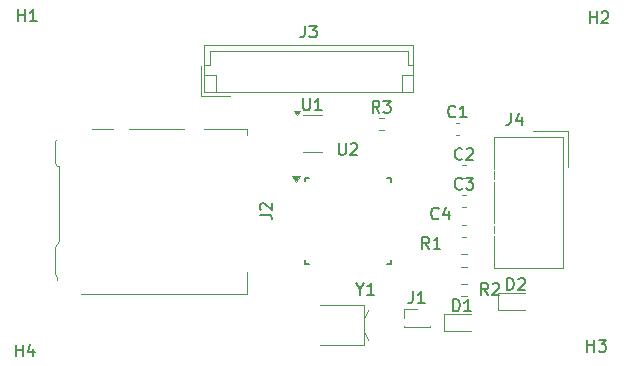
<source format=gbr>
%TF.GenerationSoftware,KiCad,Pcbnew,8.0.8*%
%TF.CreationDate,2025-06-30T12:07:11+05:30*%
%TF.ProjectId,openlog,6f70656e-6c6f-4672-9e6b-696361645f70,rev?*%
%TF.SameCoordinates,Original*%
%TF.FileFunction,Legend,Top*%
%TF.FilePolarity,Positive*%
%FSLAX46Y46*%
G04 Gerber Fmt 4.6, Leading zero omitted, Abs format (unit mm)*
G04 Created by KiCad (PCBNEW 8.0.8) date 2025-06-30 12:07:11*
%MOMM*%
%LPD*%
G01*
G04 APERTURE LIST*
%ADD10C,0.150000*%
%ADD11C,0.120000*%
G04 APERTURE END LIST*
D10*
X128233333Y-60824819D02*
X127900000Y-60348628D01*
X127661905Y-60824819D02*
X127661905Y-59824819D01*
X127661905Y-59824819D02*
X128042857Y-59824819D01*
X128042857Y-59824819D02*
X128138095Y-59872438D01*
X128138095Y-59872438D02*
X128185714Y-59920057D01*
X128185714Y-59920057D02*
X128233333Y-60015295D01*
X128233333Y-60015295D02*
X128233333Y-60158152D01*
X128233333Y-60158152D02*
X128185714Y-60253390D01*
X128185714Y-60253390D02*
X128138095Y-60301009D01*
X128138095Y-60301009D02*
X128042857Y-60348628D01*
X128042857Y-60348628D02*
X127661905Y-60348628D01*
X128566667Y-59824819D02*
X129185714Y-59824819D01*
X129185714Y-59824819D02*
X128852381Y-60205771D01*
X128852381Y-60205771D02*
X128995238Y-60205771D01*
X128995238Y-60205771D02*
X129090476Y-60253390D01*
X129090476Y-60253390D02*
X129138095Y-60301009D01*
X129138095Y-60301009D02*
X129185714Y-60396247D01*
X129185714Y-60396247D02*
X129185714Y-60634342D01*
X129185714Y-60634342D02*
X129138095Y-60729580D01*
X129138095Y-60729580D02*
X129090476Y-60777200D01*
X129090476Y-60777200D02*
X128995238Y-60824819D01*
X128995238Y-60824819D02*
X128709524Y-60824819D01*
X128709524Y-60824819D02*
X128614286Y-60777200D01*
X128614286Y-60777200D02*
X128566667Y-60729580D01*
X135233333Y-64729580D02*
X135185714Y-64777200D01*
X135185714Y-64777200D02*
X135042857Y-64824819D01*
X135042857Y-64824819D02*
X134947619Y-64824819D01*
X134947619Y-64824819D02*
X134804762Y-64777200D01*
X134804762Y-64777200D02*
X134709524Y-64681961D01*
X134709524Y-64681961D02*
X134661905Y-64586723D01*
X134661905Y-64586723D02*
X134614286Y-64396247D01*
X134614286Y-64396247D02*
X134614286Y-64253390D01*
X134614286Y-64253390D02*
X134661905Y-64062914D01*
X134661905Y-64062914D02*
X134709524Y-63967676D01*
X134709524Y-63967676D02*
X134804762Y-63872438D01*
X134804762Y-63872438D02*
X134947619Y-63824819D01*
X134947619Y-63824819D02*
X135042857Y-63824819D01*
X135042857Y-63824819D02*
X135185714Y-63872438D01*
X135185714Y-63872438D02*
X135233333Y-63920057D01*
X135614286Y-63920057D02*
X135661905Y-63872438D01*
X135661905Y-63872438D02*
X135757143Y-63824819D01*
X135757143Y-63824819D02*
X135995238Y-63824819D01*
X135995238Y-63824819D02*
X136090476Y-63872438D01*
X136090476Y-63872438D02*
X136138095Y-63920057D01*
X136138095Y-63920057D02*
X136185714Y-64015295D01*
X136185714Y-64015295D02*
X136185714Y-64110533D01*
X136185714Y-64110533D02*
X136138095Y-64253390D01*
X136138095Y-64253390D02*
X135566667Y-64824819D01*
X135566667Y-64824819D02*
X136185714Y-64824819D01*
X121916666Y-53454819D02*
X121916666Y-54169104D01*
X121916666Y-54169104D02*
X121869047Y-54311961D01*
X121869047Y-54311961D02*
X121773809Y-54407200D01*
X121773809Y-54407200D02*
X121630952Y-54454819D01*
X121630952Y-54454819D02*
X121535714Y-54454819D01*
X122297619Y-53454819D02*
X122916666Y-53454819D01*
X122916666Y-53454819D02*
X122583333Y-53835771D01*
X122583333Y-53835771D02*
X122726190Y-53835771D01*
X122726190Y-53835771D02*
X122821428Y-53883390D01*
X122821428Y-53883390D02*
X122869047Y-53931009D01*
X122869047Y-53931009D02*
X122916666Y-54026247D01*
X122916666Y-54026247D02*
X122916666Y-54264342D01*
X122916666Y-54264342D02*
X122869047Y-54359580D01*
X122869047Y-54359580D02*
X122821428Y-54407200D01*
X122821428Y-54407200D02*
X122726190Y-54454819D01*
X122726190Y-54454819D02*
X122440476Y-54454819D01*
X122440476Y-54454819D02*
X122345238Y-54407200D01*
X122345238Y-54407200D02*
X122297619Y-54359580D01*
X131066666Y-75959819D02*
X131066666Y-76674104D01*
X131066666Y-76674104D02*
X131019047Y-76816961D01*
X131019047Y-76816961D02*
X130923809Y-76912200D01*
X130923809Y-76912200D02*
X130780952Y-76959819D01*
X130780952Y-76959819D02*
X130685714Y-76959819D01*
X132066666Y-76959819D02*
X131495238Y-76959819D01*
X131780952Y-76959819D02*
X131780952Y-75959819D01*
X131780952Y-75959819D02*
X131685714Y-76102676D01*
X131685714Y-76102676D02*
X131590476Y-76197914D01*
X131590476Y-76197914D02*
X131495238Y-76245533D01*
X97638095Y-53054819D02*
X97638095Y-52054819D01*
X97638095Y-52531009D02*
X98209523Y-52531009D01*
X98209523Y-53054819D02*
X98209523Y-52054819D01*
X99209523Y-53054819D02*
X98638095Y-53054819D01*
X98923809Y-53054819D02*
X98923809Y-52054819D01*
X98923809Y-52054819D02*
X98828571Y-52197676D01*
X98828571Y-52197676D02*
X98733333Y-52292914D01*
X98733333Y-52292914D02*
X98638095Y-52340533D01*
X139366666Y-60854819D02*
X139366666Y-61569104D01*
X139366666Y-61569104D02*
X139319047Y-61711961D01*
X139319047Y-61711961D02*
X139223809Y-61807200D01*
X139223809Y-61807200D02*
X139080952Y-61854819D01*
X139080952Y-61854819D02*
X138985714Y-61854819D01*
X140271428Y-61188152D02*
X140271428Y-61854819D01*
X140033333Y-60807200D02*
X139795238Y-61521485D01*
X139795238Y-61521485D02*
X140414285Y-61521485D01*
X126598809Y-75758628D02*
X126598809Y-76234819D01*
X126265476Y-75234819D02*
X126598809Y-75758628D01*
X126598809Y-75758628D02*
X126932142Y-75234819D01*
X127789285Y-76234819D02*
X127217857Y-76234819D01*
X127503571Y-76234819D02*
X127503571Y-75234819D01*
X127503571Y-75234819D02*
X127408333Y-75377676D01*
X127408333Y-75377676D02*
X127313095Y-75472914D01*
X127313095Y-75472914D02*
X127217857Y-75520533D01*
X133233333Y-69759580D02*
X133185714Y-69807200D01*
X133185714Y-69807200D02*
X133042857Y-69854819D01*
X133042857Y-69854819D02*
X132947619Y-69854819D01*
X132947619Y-69854819D02*
X132804762Y-69807200D01*
X132804762Y-69807200D02*
X132709524Y-69711961D01*
X132709524Y-69711961D02*
X132661905Y-69616723D01*
X132661905Y-69616723D02*
X132614286Y-69426247D01*
X132614286Y-69426247D02*
X132614286Y-69283390D01*
X132614286Y-69283390D02*
X132661905Y-69092914D01*
X132661905Y-69092914D02*
X132709524Y-68997676D01*
X132709524Y-68997676D02*
X132804762Y-68902438D01*
X132804762Y-68902438D02*
X132947619Y-68854819D01*
X132947619Y-68854819D02*
X133042857Y-68854819D01*
X133042857Y-68854819D02*
X133185714Y-68902438D01*
X133185714Y-68902438D02*
X133233333Y-68950057D01*
X134090476Y-69188152D02*
X134090476Y-69854819D01*
X133852381Y-68807200D02*
X133614286Y-69521485D01*
X133614286Y-69521485D02*
X134233333Y-69521485D01*
X137433333Y-76254819D02*
X137100000Y-75778628D01*
X136861905Y-76254819D02*
X136861905Y-75254819D01*
X136861905Y-75254819D02*
X137242857Y-75254819D01*
X137242857Y-75254819D02*
X137338095Y-75302438D01*
X137338095Y-75302438D02*
X137385714Y-75350057D01*
X137385714Y-75350057D02*
X137433333Y-75445295D01*
X137433333Y-75445295D02*
X137433333Y-75588152D01*
X137433333Y-75588152D02*
X137385714Y-75683390D01*
X137385714Y-75683390D02*
X137338095Y-75731009D01*
X137338095Y-75731009D02*
X137242857Y-75778628D01*
X137242857Y-75778628D02*
X136861905Y-75778628D01*
X137814286Y-75350057D02*
X137861905Y-75302438D01*
X137861905Y-75302438D02*
X137957143Y-75254819D01*
X137957143Y-75254819D02*
X138195238Y-75254819D01*
X138195238Y-75254819D02*
X138290476Y-75302438D01*
X138290476Y-75302438D02*
X138338095Y-75350057D01*
X138338095Y-75350057D02*
X138385714Y-75445295D01*
X138385714Y-75445295D02*
X138385714Y-75540533D01*
X138385714Y-75540533D02*
X138338095Y-75683390D01*
X138338095Y-75683390D02*
X137766667Y-76254819D01*
X137766667Y-76254819D02*
X138385714Y-76254819D01*
X146038095Y-53254819D02*
X146038095Y-52254819D01*
X146038095Y-52731009D02*
X146609523Y-52731009D01*
X146609523Y-53254819D02*
X146609523Y-52254819D01*
X147038095Y-52350057D02*
X147085714Y-52302438D01*
X147085714Y-52302438D02*
X147180952Y-52254819D01*
X147180952Y-52254819D02*
X147419047Y-52254819D01*
X147419047Y-52254819D02*
X147514285Y-52302438D01*
X147514285Y-52302438D02*
X147561904Y-52350057D01*
X147561904Y-52350057D02*
X147609523Y-52445295D01*
X147609523Y-52445295D02*
X147609523Y-52540533D01*
X147609523Y-52540533D02*
X147561904Y-52683390D01*
X147561904Y-52683390D02*
X146990476Y-53254819D01*
X146990476Y-53254819D02*
X147609523Y-53254819D01*
X139049405Y-75824819D02*
X139049405Y-74824819D01*
X139049405Y-74824819D02*
X139287500Y-74824819D01*
X139287500Y-74824819D02*
X139430357Y-74872438D01*
X139430357Y-74872438D02*
X139525595Y-74967676D01*
X139525595Y-74967676D02*
X139573214Y-75062914D01*
X139573214Y-75062914D02*
X139620833Y-75253390D01*
X139620833Y-75253390D02*
X139620833Y-75396247D01*
X139620833Y-75396247D02*
X139573214Y-75586723D01*
X139573214Y-75586723D02*
X139525595Y-75681961D01*
X139525595Y-75681961D02*
X139430357Y-75777200D01*
X139430357Y-75777200D02*
X139287500Y-75824819D01*
X139287500Y-75824819D02*
X139049405Y-75824819D01*
X140001786Y-74920057D02*
X140049405Y-74872438D01*
X140049405Y-74872438D02*
X140144643Y-74824819D01*
X140144643Y-74824819D02*
X140382738Y-74824819D01*
X140382738Y-74824819D02*
X140477976Y-74872438D01*
X140477976Y-74872438D02*
X140525595Y-74920057D01*
X140525595Y-74920057D02*
X140573214Y-75015295D01*
X140573214Y-75015295D02*
X140573214Y-75110533D01*
X140573214Y-75110533D02*
X140525595Y-75253390D01*
X140525595Y-75253390D02*
X139954167Y-75824819D01*
X139954167Y-75824819D02*
X140573214Y-75824819D01*
X134461905Y-77624819D02*
X134461905Y-76624819D01*
X134461905Y-76624819D02*
X134700000Y-76624819D01*
X134700000Y-76624819D02*
X134842857Y-76672438D01*
X134842857Y-76672438D02*
X134938095Y-76767676D01*
X134938095Y-76767676D02*
X134985714Y-76862914D01*
X134985714Y-76862914D02*
X135033333Y-77053390D01*
X135033333Y-77053390D02*
X135033333Y-77196247D01*
X135033333Y-77196247D02*
X134985714Y-77386723D01*
X134985714Y-77386723D02*
X134938095Y-77481961D01*
X134938095Y-77481961D02*
X134842857Y-77577200D01*
X134842857Y-77577200D02*
X134700000Y-77624819D01*
X134700000Y-77624819D02*
X134461905Y-77624819D01*
X135985714Y-77624819D02*
X135414286Y-77624819D01*
X135700000Y-77624819D02*
X135700000Y-76624819D01*
X135700000Y-76624819D02*
X135604762Y-76767676D01*
X135604762Y-76767676D02*
X135509524Y-76862914D01*
X135509524Y-76862914D02*
X135414286Y-76910533D01*
X121775595Y-59604819D02*
X121775595Y-60414342D01*
X121775595Y-60414342D02*
X121823214Y-60509580D01*
X121823214Y-60509580D02*
X121870833Y-60557200D01*
X121870833Y-60557200D02*
X121966071Y-60604819D01*
X121966071Y-60604819D02*
X122156547Y-60604819D01*
X122156547Y-60604819D02*
X122251785Y-60557200D01*
X122251785Y-60557200D02*
X122299404Y-60509580D01*
X122299404Y-60509580D02*
X122347023Y-60414342D01*
X122347023Y-60414342D02*
X122347023Y-59604819D01*
X123347023Y-60604819D02*
X122775595Y-60604819D01*
X123061309Y-60604819D02*
X123061309Y-59604819D01*
X123061309Y-59604819D02*
X122966071Y-59747676D01*
X122966071Y-59747676D02*
X122870833Y-59842914D01*
X122870833Y-59842914D02*
X122775595Y-59890533D01*
X134658333Y-61129580D02*
X134610714Y-61177200D01*
X134610714Y-61177200D02*
X134467857Y-61224819D01*
X134467857Y-61224819D02*
X134372619Y-61224819D01*
X134372619Y-61224819D02*
X134229762Y-61177200D01*
X134229762Y-61177200D02*
X134134524Y-61081961D01*
X134134524Y-61081961D02*
X134086905Y-60986723D01*
X134086905Y-60986723D02*
X134039286Y-60796247D01*
X134039286Y-60796247D02*
X134039286Y-60653390D01*
X134039286Y-60653390D02*
X134086905Y-60462914D01*
X134086905Y-60462914D02*
X134134524Y-60367676D01*
X134134524Y-60367676D02*
X134229762Y-60272438D01*
X134229762Y-60272438D02*
X134372619Y-60224819D01*
X134372619Y-60224819D02*
X134467857Y-60224819D01*
X134467857Y-60224819D02*
X134610714Y-60272438D01*
X134610714Y-60272438D02*
X134658333Y-60320057D01*
X135610714Y-61224819D02*
X135039286Y-61224819D01*
X135325000Y-61224819D02*
X135325000Y-60224819D01*
X135325000Y-60224819D02*
X135229762Y-60367676D01*
X135229762Y-60367676D02*
X135134524Y-60462914D01*
X135134524Y-60462914D02*
X135039286Y-60510533D01*
X97438095Y-81454819D02*
X97438095Y-80454819D01*
X97438095Y-80931009D02*
X98009523Y-80931009D01*
X98009523Y-81454819D02*
X98009523Y-80454819D01*
X98914285Y-80788152D02*
X98914285Y-81454819D01*
X98676190Y-80407200D02*
X98438095Y-81121485D01*
X98438095Y-81121485D02*
X99057142Y-81121485D01*
X132433333Y-72354819D02*
X132100000Y-71878628D01*
X131861905Y-72354819D02*
X131861905Y-71354819D01*
X131861905Y-71354819D02*
X132242857Y-71354819D01*
X132242857Y-71354819D02*
X132338095Y-71402438D01*
X132338095Y-71402438D02*
X132385714Y-71450057D01*
X132385714Y-71450057D02*
X132433333Y-71545295D01*
X132433333Y-71545295D02*
X132433333Y-71688152D01*
X132433333Y-71688152D02*
X132385714Y-71783390D01*
X132385714Y-71783390D02*
X132338095Y-71831009D01*
X132338095Y-71831009D02*
X132242857Y-71878628D01*
X132242857Y-71878628D02*
X131861905Y-71878628D01*
X133385714Y-72354819D02*
X132814286Y-72354819D01*
X133100000Y-72354819D02*
X133100000Y-71354819D01*
X133100000Y-71354819D02*
X133004762Y-71497676D01*
X133004762Y-71497676D02*
X132909524Y-71592914D01*
X132909524Y-71592914D02*
X132814286Y-71640533D01*
X145838095Y-81054819D02*
X145838095Y-80054819D01*
X145838095Y-80531009D02*
X146409523Y-80531009D01*
X146409523Y-81054819D02*
X146409523Y-80054819D01*
X146790476Y-80054819D02*
X147409523Y-80054819D01*
X147409523Y-80054819D02*
X147076190Y-80435771D01*
X147076190Y-80435771D02*
X147219047Y-80435771D01*
X147219047Y-80435771D02*
X147314285Y-80483390D01*
X147314285Y-80483390D02*
X147361904Y-80531009D01*
X147361904Y-80531009D02*
X147409523Y-80626247D01*
X147409523Y-80626247D02*
X147409523Y-80864342D01*
X147409523Y-80864342D02*
X147361904Y-80959580D01*
X147361904Y-80959580D02*
X147314285Y-81007200D01*
X147314285Y-81007200D02*
X147219047Y-81054819D01*
X147219047Y-81054819D02*
X146933333Y-81054819D01*
X146933333Y-81054819D02*
X146838095Y-81007200D01*
X146838095Y-81007200D02*
X146790476Y-80959580D01*
X118099819Y-69463333D02*
X118814104Y-69463333D01*
X118814104Y-69463333D02*
X118956961Y-69510952D01*
X118956961Y-69510952D02*
X119052200Y-69606190D01*
X119052200Y-69606190D02*
X119099819Y-69749047D01*
X119099819Y-69749047D02*
X119099819Y-69844285D01*
X118195057Y-69034761D02*
X118147438Y-68987142D01*
X118147438Y-68987142D02*
X118099819Y-68891904D01*
X118099819Y-68891904D02*
X118099819Y-68653809D01*
X118099819Y-68653809D02*
X118147438Y-68558571D01*
X118147438Y-68558571D02*
X118195057Y-68510952D01*
X118195057Y-68510952D02*
X118290295Y-68463333D01*
X118290295Y-68463333D02*
X118385533Y-68463333D01*
X118385533Y-68463333D02*
X118528390Y-68510952D01*
X118528390Y-68510952D02*
X119099819Y-69082380D01*
X119099819Y-69082380D02*
X119099819Y-68463333D01*
X135233333Y-67239580D02*
X135185714Y-67287200D01*
X135185714Y-67287200D02*
X135042857Y-67334819D01*
X135042857Y-67334819D02*
X134947619Y-67334819D01*
X134947619Y-67334819D02*
X134804762Y-67287200D01*
X134804762Y-67287200D02*
X134709524Y-67191961D01*
X134709524Y-67191961D02*
X134661905Y-67096723D01*
X134661905Y-67096723D02*
X134614286Y-66906247D01*
X134614286Y-66906247D02*
X134614286Y-66763390D01*
X134614286Y-66763390D02*
X134661905Y-66572914D01*
X134661905Y-66572914D02*
X134709524Y-66477676D01*
X134709524Y-66477676D02*
X134804762Y-66382438D01*
X134804762Y-66382438D02*
X134947619Y-66334819D01*
X134947619Y-66334819D02*
X135042857Y-66334819D01*
X135042857Y-66334819D02*
X135185714Y-66382438D01*
X135185714Y-66382438D02*
X135233333Y-66430057D01*
X135566667Y-66334819D02*
X136185714Y-66334819D01*
X136185714Y-66334819D02*
X135852381Y-66715771D01*
X135852381Y-66715771D02*
X135995238Y-66715771D01*
X135995238Y-66715771D02*
X136090476Y-66763390D01*
X136090476Y-66763390D02*
X136138095Y-66811009D01*
X136138095Y-66811009D02*
X136185714Y-66906247D01*
X136185714Y-66906247D02*
X136185714Y-67144342D01*
X136185714Y-67144342D02*
X136138095Y-67239580D01*
X136138095Y-67239580D02*
X136090476Y-67287200D01*
X136090476Y-67287200D02*
X135995238Y-67334819D01*
X135995238Y-67334819D02*
X135709524Y-67334819D01*
X135709524Y-67334819D02*
X135614286Y-67287200D01*
X135614286Y-67287200D02*
X135566667Y-67239580D01*
X124788095Y-63404819D02*
X124788095Y-64214342D01*
X124788095Y-64214342D02*
X124835714Y-64309580D01*
X124835714Y-64309580D02*
X124883333Y-64357200D01*
X124883333Y-64357200D02*
X124978571Y-64404819D01*
X124978571Y-64404819D02*
X125169047Y-64404819D01*
X125169047Y-64404819D02*
X125264285Y-64357200D01*
X125264285Y-64357200D02*
X125311904Y-64309580D01*
X125311904Y-64309580D02*
X125359523Y-64214342D01*
X125359523Y-64214342D02*
X125359523Y-63404819D01*
X125788095Y-63500057D02*
X125835714Y-63452438D01*
X125835714Y-63452438D02*
X125930952Y-63404819D01*
X125930952Y-63404819D02*
X126169047Y-63404819D01*
X126169047Y-63404819D02*
X126264285Y-63452438D01*
X126264285Y-63452438D02*
X126311904Y-63500057D01*
X126311904Y-63500057D02*
X126359523Y-63595295D01*
X126359523Y-63595295D02*
X126359523Y-63690533D01*
X126359523Y-63690533D02*
X126311904Y-63833390D01*
X126311904Y-63833390D02*
X125740476Y-64404819D01*
X125740476Y-64404819D02*
X126359523Y-64404819D01*
D11*
%TO.C,R3*%
X128162742Y-61277500D02*
X128637258Y-61277500D01*
X128162742Y-62322500D02*
X128637258Y-62322500D01*
%TO.C,C2*%
X135259420Y-65290000D02*
X135540580Y-65290000D01*
X135259420Y-66310000D02*
X135540580Y-66310000D01*
%TO.C,J3*%
X113090000Y-56910000D02*
X113090000Y-59410000D01*
X113090000Y-59410000D02*
X115590000Y-59410000D01*
X113390000Y-55090000D02*
X113390000Y-59110000D01*
X113390000Y-56800000D02*
X113890000Y-56800000D01*
X113390000Y-57610000D02*
X114390000Y-57610000D01*
X113390000Y-59110000D02*
X131110000Y-59110000D01*
X113890000Y-55590000D02*
X130610000Y-55590000D01*
X113890000Y-56800000D02*
X113890000Y-55590000D01*
X114390000Y-57610000D02*
X114390000Y-59110000D01*
X130110000Y-57610000D02*
X130110000Y-59110000D01*
X130610000Y-55590000D02*
X130610000Y-56800000D01*
X130610000Y-56800000D02*
X131110000Y-56800000D01*
X131110000Y-55090000D02*
X113390000Y-55090000D01*
X131110000Y-57610000D02*
X130110000Y-57610000D01*
X131110000Y-59110000D02*
X131110000Y-55090000D01*
%TO.C,J1*%
X130290000Y-77440000D02*
X131400000Y-77440000D01*
X130290000Y-78200000D02*
X130290000Y-77440000D01*
X130290000Y-78960000D02*
X130290000Y-78895000D01*
X130290000Y-78960000D02*
X130836529Y-78960000D01*
X130290000Y-78960000D02*
X132510000Y-78960000D01*
X131963471Y-78960000D02*
X132510000Y-78960000D01*
X132510000Y-78960000D02*
X132510000Y-78895000D01*
%TO.C,J4*%
X137900000Y-62900000D02*
X137900000Y-65550000D01*
X137900000Y-62900000D02*
X143750000Y-62900000D01*
X137900000Y-65800000D02*
X137900000Y-66400000D01*
X137900000Y-66650000D02*
X137900000Y-70150000D01*
X137900000Y-70400000D02*
X137900000Y-71000000D01*
X137900000Y-71300000D02*
X137900000Y-73950000D01*
X137900000Y-73950000D02*
X143750000Y-73950000D01*
X141200000Y-62400000D02*
X144200000Y-62400000D01*
X143750000Y-62900000D02*
X143750000Y-73950000D01*
X144200000Y-62400000D02*
X144200000Y-65400000D01*
%TO.C,Y1*%
X123200000Y-77100000D02*
X126900000Y-77100000D01*
X126900000Y-77100000D02*
X126900000Y-80500000D01*
X126900000Y-78300000D02*
X127300000Y-77530000D01*
X126900000Y-79300000D02*
X127300000Y-80070000D01*
X126900000Y-80500000D02*
X123200000Y-80500000D01*
X127300000Y-77530000D02*
X127300000Y-77530000D01*
X127300000Y-80070000D02*
X127300000Y-80070000D01*
%TO.C,C4*%
X135259420Y-70310000D02*
X135540580Y-70310000D01*
X135259420Y-71330000D02*
X135540580Y-71330000D01*
%TO.C,R2*%
X135162742Y-75317500D02*
X135637258Y-75317500D01*
X135162742Y-76362500D02*
X135637258Y-76362500D01*
%TO.C,D2*%
X138302500Y-76065000D02*
X138302500Y-77535000D01*
X138302500Y-77535000D02*
X140587500Y-77535000D01*
X140587500Y-76065000D02*
X138302500Y-76065000D01*
%TO.C,D1*%
X133715000Y-77865000D02*
X133715000Y-79335000D01*
X133715000Y-79335000D02*
X136000000Y-79335000D01*
X136000000Y-77865000D02*
X133715000Y-77865000D01*
%TO.C,U1*%
X122537500Y-60990000D02*
X121737500Y-60990000D01*
X122537500Y-60990000D02*
X123337500Y-60990000D01*
X122537500Y-64110000D02*
X121737500Y-64110000D01*
X122537500Y-64110000D02*
X123337500Y-64110000D01*
X121237500Y-61040000D02*
X120997500Y-60710000D01*
X121477500Y-60710000D01*
X121237500Y-61040000D01*
G36*
X121237500Y-61040000D02*
G01*
X120997500Y-60710000D01*
X121477500Y-60710000D01*
X121237500Y-61040000D01*
G37*
%TO.C,C1*%
X134684420Y-61690000D02*
X134965580Y-61690000D01*
X134684420Y-62710000D02*
X134965580Y-62710000D01*
%TO.C,R1*%
X135162742Y-72807500D02*
X135637258Y-72807500D01*
X135162742Y-73852500D02*
X135637258Y-73852500D01*
%TO.C,J2*%
X100735000Y-63260000D02*
X100735000Y-65120000D01*
X100735000Y-63260000D02*
X100935000Y-63060000D01*
X100735000Y-65120000D02*
X100935000Y-65330000D01*
X100735000Y-72210000D02*
X101085000Y-71700000D01*
X100735000Y-74520000D02*
X100735000Y-72210000D01*
X100735000Y-74520000D02*
X100935000Y-74720000D01*
X100935000Y-74720000D02*
X100935000Y-74980000D01*
X101085000Y-65330000D02*
X100935000Y-65330000D01*
X101085000Y-65330000D02*
X101085000Y-71700000D01*
X105695000Y-62230000D02*
X103895000Y-62230000D01*
X111695000Y-62230000D02*
X106995000Y-62230000D01*
X117005000Y-62230000D02*
X113395000Y-62230000D01*
X117005000Y-62680000D02*
X117005000Y-62230000D01*
X117005000Y-74280000D02*
X117005000Y-76200000D01*
X117005000Y-76200000D02*
X102995000Y-76200000D01*
%TO.C,C3*%
X135259420Y-67800000D02*
X135540580Y-67800000D01*
X135259420Y-68820000D02*
X135540580Y-68820000D01*
D10*
%TO.C,U2*%
X121925000Y-66375000D02*
X121925000Y-66600000D01*
X121925000Y-66375000D02*
X122250000Y-66375000D01*
X121925000Y-73625000D02*
X121925000Y-73300000D01*
X121925000Y-73625000D02*
X122250000Y-73625000D01*
X129175000Y-66375000D02*
X128850000Y-66375000D01*
X129175000Y-66375000D02*
X129175000Y-66700000D01*
X129175000Y-73625000D02*
X128850000Y-73625000D01*
X129175000Y-73625000D02*
X129175000Y-73300000D01*
D11*
X121160000Y-66660000D02*
X120820000Y-66190000D01*
X121500000Y-66190000D01*
X121160000Y-66660000D01*
G36*
X121160000Y-66660000D02*
G01*
X120820000Y-66190000D01*
X121500000Y-66190000D01*
X121160000Y-66660000D01*
G37*
%TD*%
M02*

</source>
